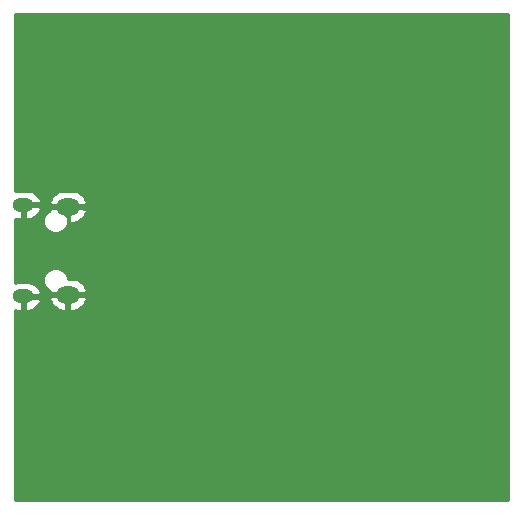
<source format=gbr>
G04 #@! TF.GenerationSoftware,KiCad,Pcbnew,(5.1.0)-1*
G04 #@! TF.CreationDate,2019-04-02T00:44:41+02:00*
G04 #@! TF.ProjectId,USB_UART_Dongle,5553425f-5541-4525-945f-446f6e676c65,rev?*
G04 #@! TF.SameCoordinates,Original*
G04 #@! TF.FileFunction,Copper,L2,Bot*
G04 #@! TF.FilePolarity,Positive*
%FSLAX46Y46*%
G04 Gerber Fmt 4.6, Leading zero omitted, Abs format (unit mm)*
G04 Created by KiCad (PCBNEW (5.1.0)-1) date 2019-04-02 00:44:41*
%MOMM*%
%LPD*%
G04 APERTURE LIST*
%ADD10O,2.000000X1.450000*%
%ADD11O,1.800000X1.150000*%
%ADD12C,0.500000*%
%ADD13C,0.800000*%
%ADD14C,0.254000*%
G04 APERTURE END LIST*
D10*
X129100000Y-91975000D03*
X129100000Y-99425000D03*
D11*
X125300000Y-91825000D03*
X125300000Y-99575000D03*
D12*
X139775000Y-97150000D03*
X153075000Y-92650000D03*
X132675000Y-87600000D03*
X140475000Y-87400000D03*
X140675000Y-91500000D03*
X139754401Y-96725010D03*
X137875000Y-98900000D03*
X136475000Y-98900000D03*
X146575000Y-86000000D03*
X149975000Y-86100000D03*
X151275000Y-86100000D03*
X141575000Y-94100000D03*
X136475000Y-91400000D03*
X137871950Y-91625021D03*
X130475000Y-92100000D03*
X144175000Y-105900000D03*
X153114287Y-98725010D03*
X139757373Y-99225010D03*
X139753167Y-97925404D03*
X146549990Y-102620599D03*
X131275000Y-85550000D03*
X127275000Y-79800000D03*
X137775000Y-106500000D03*
X160475000Y-93400000D03*
X154175000Y-85100000D03*
X156975000Y-82900000D03*
X143675000Y-84900000D03*
X149575000Y-107500000D03*
X155475000Y-94200000D03*
X153675000Y-109600000D03*
X156675000Y-103500000D03*
X150675000Y-105000000D03*
X130300000Y-97000002D03*
D13*
X133200000Y-112725000D03*
X135575000Y-111375000D03*
X137375000Y-111375000D03*
X135725000Y-102500000D03*
X135700000Y-104300000D03*
D12*
X149123068Y-89310544D03*
D14*
G36*
X166340000Y-116840000D02*
G01*
X124660000Y-116840000D01*
X124660000Y-100746352D01*
X124848000Y-100785000D01*
X125173000Y-100785000D01*
X125173000Y-99702000D01*
X125427000Y-99702000D01*
X125427000Y-100785000D01*
X125752000Y-100785000D01*
X125985619Y-100736974D01*
X126205380Y-100644294D01*
X126402837Y-100510521D01*
X126570402Y-100340797D01*
X126701636Y-100141644D01*
X126791496Y-99920715D01*
X126793635Y-99888677D01*
X126708927Y-99762258D01*
X127507481Y-99762258D01*
X127519922Y-99828117D01*
X127623643Y-100074979D01*
X127773531Y-100296863D01*
X127963827Y-100485242D01*
X128187217Y-100632876D01*
X128435117Y-100734092D01*
X128698000Y-100785000D01*
X128973000Y-100785000D01*
X128973000Y-99552000D01*
X129227000Y-99552000D01*
X129227000Y-100785000D01*
X129502000Y-100785000D01*
X129764883Y-100734092D01*
X130012783Y-100632876D01*
X130236173Y-100485242D01*
X130426469Y-100296863D01*
X130576357Y-100074979D01*
X130680078Y-99828117D01*
X130692519Y-99762258D01*
X130569518Y-99552000D01*
X129227000Y-99552000D01*
X128973000Y-99552000D01*
X127630482Y-99552000D01*
X127507481Y-99762258D01*
X126708927Y-99762258D01*
X126668550Y-99702000D01*
X125427000Y-99702000D01*
X125173000Y-99702000D01*
X125153000Y-99702000D01*
X125153000Y-99448000D01*
X125173000Y-99448000D01*
X125173000Y-99428000D01*
X125427000Y-99428000D01*
X125427000Y-99448000D01*
X126668550Y-99448000D01*
X126793635Y-99261323D01*
X126791496Y-99229285D01*
X126701636Y-99008356D01*
X126570402Y-98809203D01*
X126402837Y-98639479D01*
X126205380Y-98505706D01*
X125985619Y-98413026D01*
X125752000Y-98365000D01*
X124848000Y-98365000D01*
X124660000Y-98403648D01*
X124660000Y-98200000D01*
X127009993Y-98200000D01*
X127029976Y-98402895D01*
X127089159Y-98597993D01*
X127185266Y-98777797D01*
X127314604Y-98935396D01*
X127472203Y-99064734D01*
X127508193Y-99083971D01*
X127507481Y-99087742D01*
X127630482Y-99298000D01*
X128973000Y-99298000D01*
X128973000Y-99278000D01*
X129227000Y-99278000D01*
X129227000Y-99298000D01*
X130569518Y-99298000D01*
X130692519Y-99087742D01*
X130680078Y-99021883D01*
X130576357Y-98775021D01*
X130426469Y-98553137D01*
X130236173Y-98364758D01*
X130012783Y-98217124D01*
X129764883Y-98115908D01*
X129502000Y-98065000D01*
X129076711Y-98065000D01*
X129070024Y-97997105D01*
X129010841Y-97802007D01*
X128914734Y-97622203D01*
X128785396Y-97464604D01*
X128627797Y-97335266D01*
X128447993Y-97239159D01*
X128252895Y-97179976D01*
X128100838Y-97165000D01*
X127999162Y-97165000D01*
X127847105Y-97179976D01*
X127652007Y-97239159D01*
X127472203Y-97335266D01*
X127314604Y-97464604D01*
X127185266Y-97622203D01*
X127089159Y-97802007D01*
X127029976Y-97997105D01*
X127009993Y-98200000D01*
X124660000Y-98200000D01*
X124660000Y-93200000D01*
X127009993Y-93200000D01*
X127029976Y-93402895D01*
X127089159Y-93597993D01*
X127185266Y-93777797D01*
X127314604Y-93935396D01*
X127472203Y-94064734D01*
X127652007Y-94160841D01*
X127847105Y-94220024D01*
X127999162Y-94235000D01*
X128100838Y-94235000D01*
X128252895Y-94220024D01*
X128447993Y-94160841D01*
X128627797Y-94064734D01*
X128785396Y-93935396D01*
X128914734Y-93777797D01*
X129010841Y-93597993D01*
X129070024Y-93402895D01*
X129090007Y-93200000D01*
X129070024Y-92997105D01*
X129010841Y-92802007D01*
X128973000Y-92731211D01*
X128973000Y-92102000D01*
X129227000Y-92102000D01*
X129227000Y-93335000D01*
X129502000Y-93335000D01*
X129764883Y-93284092D01*
X130012783Y-93182876D01*
X130236173Y-93035242D01*
X130426469Y-92846863D01*
X130576357Y-92624979D01*
X130680078Y-92378117D01*
X130692519Y-92312258D01*
X130569518Y-92102000D01*
X129227000Y-92102000D01*
X128973000Y-92102000D01*
X127630482Y-92102000D01*
X127507481Y-92312258D01*
X127508193Y-92316029D01*
X127472203Y-92335266D01*
X127314604Y-92464604D01*
X127185266Y-92622203D01*
X127089159Y-92802007D01*
X127029976Y-92997105D01*
X127009993Y-93200000D01*
X124660000Y-93200000D01*
X124660000Y-92996352D01*
X124848000Y-93035000D01*
X125173000Y-93035000D01*
X125173000Y-91952000D01*
X125427000Y-91952000D01*
X125427000Y-93035000D01*
X125752000Y-93035000D01*
X125985619Y-92986974D01*
X126205380Y-92894294D01*
X126402837Y-92760521D01*
X126570402Y-92590797D01*
X126701636Y-92391644D01*
X126791496Y-92170715D01*
X126793635Y-92138677D01*
X126668550Y-91952000D01*
X125427000Y-91952000D01*
X125173000Y-91952000D01*
X125153000Y-91952000D01*
X125153000Y-91698000D01*
X125173000Y-91698000D01*
X125173000Y-91678000D01*
X125427000Y-91678000D01*
X125427000Y-91698000D01*
X126668550Y-91698000D01*
X126708926Y-91637742D01*
X127507481Y-91637742D01*
X127630482Y-91848000D01*
X128973000Y-91848000D01*
X128973000Y-91828000D01*
X129227000Y-91828000D01*
X129227000Y-91848000D01*
X130569518Y-91848000D01*
X130692519Y-91637742D01*
X130680078Y-91571883D01*
X130576357Y-91325021D01*
X130426469Y-91103137D01*
X130236173Y-90914758D01*
X130012783Y-90767124D01*
X129764883Y-90665908D01*
X129502000Y-90615000D01*
X128698000Y-90615000D01*
X128435117Y-90665908D01*
X128187217Y-90767124D01*
X127963827Y-90914758D01*
X127773531Y-91103137D01*
X127623643Y-91325021D01*
X127519922Y-91571883D01*
X127507481Y-91637742D01*
X126708926Y-91637742D01*
X126793635Y-91511323D01*
X126791496Y-91479285D01*
X126701636Y-91258356D01*
X126570402Y-91059203D01*
X126402837Y-90889479D01*
X126205380Y-90755706D01*
X125985619Y-90663026D01*
X125752000Y-90615000D01*
X124848000Y-90615000D01*
X124660000Y-90653648D01*
X124660000Y-75660000D01*
X166340001Y-75660000D01*
X166340000Y-116840000D01*
X166340000Y-116840000D01*
G37*
X166340000Y-116840000D02*
X124660000Y-116840000D01*
X124660000Y-100746352D01*
X124848000Y-100785000D01*
X125173000Y-100785000D01*
X125173000Y-99702000D01*
X125427000Y-99702000D01*
X125427000Y-100785000D01*
X125752000Y-100785000D01*
X125985619Y-100736974D01*
X126205380Y-100644294D01*
X126402837Y-100510521D01*
X126570402Y-100340797D01*
X126701636Y-100141644D01*
X126791496Y-99920715D01*
X126793635Y-99888677D01*
X126708927Y-99762258D01*
X127507481Y-99762258D01*
X127519922Y-99828117D01*
X127623643Y-100074979D01*
X127773531Y-100296863D01*
X127963827Y-100485242D01*
X128187217Y-100632876D01*
X128435117Y-100734092D01*
X128698000Y-100785000D01*
X128973000Y-100785000D01*
X128973000Y-99552000D01*
X129227000Y-99552000D01*
X129227000Y-100785000D01*
X129502000Y-100785000D01*
X129764883Y-100734092D01*
X130012783Y-100632876D01*
X130236173Y-100485242D01*
X130426469Y-100296863D01*
X130576357Y-100074979D01*
X130680078Y-99828117D01*
X130692519Y-99762258D01*
X130569518Y-99552000D01*
X129227000Y-99552000D01*
X128973000Y-99552000D01*
X127630482Y-99552000D01*
X127507481Y-99762258D01*
X126708927Y-99762258D01*
X126668550Y-99702000D01*
X125427000Y-99702000D01*
X125173000Y-99702000D01*
X125153000Y-99702000D01*
X125153000Y-99448000D01*
X125173000Y-99448000D01*
X125173000Y-99428000D01*
X125427000Y-99428000D01*
X125427000Y-99448000D01*
X126668550Y-99448000D01*
X126793635Y-99261323D01*
X126791496Y-99229285D01*
X126701636Y-99008356D01*
X126570402Y-98809203D01*
X126402837Y-98639479D01*
X126205380Y-98505706D01*
X125985619Y-98413026D01*
X125752000Y-98365000D01*
X124848000Y-98365000D01*
X124660000Y-98403648D01*
X124660000Y-98200000D01*
X127009993Y-98200000D01*
X127029976Y-98402895D01*
X127089159Y-98597993D01*
X127185266Y-98777797D01*
X127314604Y-98935396D01*
X127472203Y-99064734D01*
X127508193Y-99083971D01*
X127507481Y-99087742D01*
X127630482Y-99298000D01*
X128973000Y-99298000D01*
X128973000Y-99278000D01*
X129227000Y-99278000D01*
X129227000Y-99298000D01*
X130569518Y-99298000D01*
X130692519Y-99087742D01*
X130680078Y-99021883D01*
X130576357Y-98775021D01*
X130426469Y-98553137D01*
X130236173Y-98364758D01*
X130012783Y-98217124D01*
X129764883Y-98115908D01*
X129502000Y-98065000D01*
X129076711Y-98065000D01*
X129070024Y-97997105D01*
X129010841Y-97802007D01*
X128914734Y-97622203D01*
X128785396Y-97464604D01*
X128627797Y-97335266D01*
X128447993Y-97239159D01*
X128252895Y-97179976D01*
X128100838Y-97165000D01*
X127999162Y-97165000D01*
X127847105Y-97179976D01*
X127652007Y-97239159D01*
X127472203Y-97335266D01*
X127314604Y-97464604D01*
X127185266Y-97622203D01*
X127089159Y-97802007D01*
X127029976Y-97997105D01*
X127009993Y-98200000D01*
X124660000Y-98200000D01*
X124660000Y-93200000D01*
X127009993Y-93200000D01*
X127029976Y-93402895D01*
X127089159Y-93597993D01*
X127185266Y-93777797D01*
X127314604Y-93935396D01*
X127472203Y-94064734D01*
X127652007Y-94160841D01*
X127847105Y-94220024D01*
X127999162Y-94235000D01*
X128100838Y-94235000D01*
X128252895Y-94220024D01*
X128447993Y-94160841D01*
X128627797Y-94064734D01*
X128785396Y-93935396D01*
X128914734Y-93777797D01*
X129010841Y-93597993D01*
X129070024Y-93402895D01*
X129090007Y-93200000D01*
X129070024Y-92997105D01*
X129010841Y-92802007D01*
X128973000Y-92731211D01*
X128973000Y-92102000D01*
X129227000Y-92102000D01*
X129227000Y-93335000D01*
X129502000Y-93335000D01*
X129764883Y-93284092D01*
X130012783Y-93182876D01*
X130236173Y-93035242D01*
X130426469Y-92846863D01*
X130576357Y-92624979D01*
X130680078Y-92378117D01*
X130692519Y-92312258D01*
X130569518Y-92102000D01*
X129227000Y-92102000D01*
X128973000Y-92102000D01*
X127630482Y-92102000D01*
X127507481Y-92312258D01*
X127508193Y-92316029D01*
X127472203Y-92335266D01*
X127314604Y-92464604D01*
X127185266Y-92622203D01*
X127089159Y-92802007D01*
X127029976Y-92997105D01*
X127009993Y-93200000D01*
X124660000Y-93200000D01*
X124660000Y-92996352D01*
X124848000Y-93035000D01*
X125173000Y-93035000D01*
X125173000Y-91952000D01*
X125427000Y-91952000D01*
X125427000Y-93035000D01*
X125752000Y-93035000D01*
X125985619Y-92986974D01*
X126205380Y-92894294D01*
X126402837Y-92760521D01*
X126570402Y-92590797D01*
X126701636Y-92391644D01*
X126791496Y-92170715D01*
X126793635Y-92138677D01*
X126668550Y-91952000D01*
X125427000Y-91952000D01*
X125173000Y-91952000D01*
X125153000Y-91952000D01*
X125153000Y-91698000D01*
X125173000Y-91698000D01*
X125173000Y-91678000D01*
X125427000Y-91678000D01*
X125427000Y-91698000D01*
X126668550Y-91698000D01*
X126708926Y-91637742D01*
X127507481Y-91637742D01*
X127630482Y-91848000D01*
X128973000Y-91848000D01*
X128973000Y-91828000D01*
X129227000Y-91828000D01*
X129227000Y-91848000D01*
X130569518Y-91848000D01*
X130692519Y-91637742D01*
X130680078Y-91571883D01*
X130576357Y-91325021D01*
X130426469Y-91103137D01*
X130236173Y-90914758D01*
X130012783Y-90767124D01*
X129764883Y-90665908D01*
X129502000Y-90615000D01*
X128698000Y-90615000D01*
X128435117Y-90665908D01*
X128187217Y-90767124D01*
X127963827Y-90914758D01*
X127773531Y-91103137D01*
X127623643Y-91325021D01*
X127519922Y-91571883D01*
X127507481Y-91637742D01*
X126708926Y-91637742D01*
X126793635Y-91511323D01*
X126791496Y-91479285D01*
X126701636Y-91258356D01*
X126570402Y-91059203D01*
X126402837Y-90889479D01*
X126205380Y-90755706D01*
X125985619Y-90663026D01*
X125752000Y-90615000D01*
X124848000Y-90615000D01*
X124660000Y-90653648D01*
X124660000Y-75660000D01*
X166340001Y-75660000D01*
X166340000Y-116840000D01*
M02*

</source>
